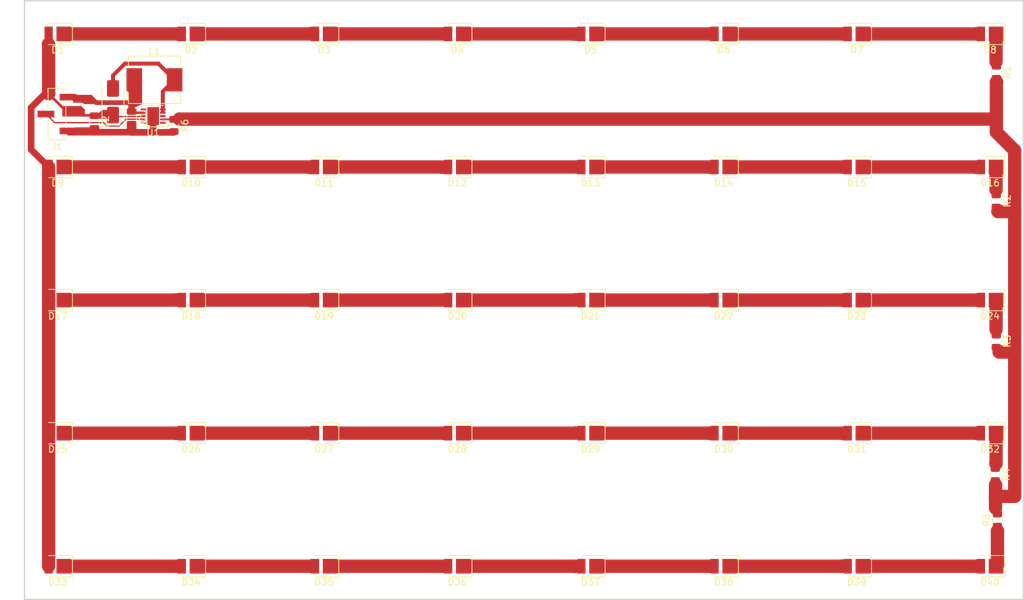
<source format=kicad_pcb>
(kicad_pcb (version 20240108) (generator "pcbnew") (generator_version "8.0")
  (layers (0 "F.Cu" signal) (31 "B.Cu" signal) (34 "B.Paste" user) (35 "F.Paste" user) (36 "B.SilkS" user "B.Silkscreen") (37 "F.SilkS" user "F.Silkscreen") (38 "B.Mask" user) (39 "F.Mask" user) (44 "Edge.Cuts" user))
  (net 0 "")
  (net 1 "VPP")
  (net 2 "GND")
  (net 3 "/LED+")
  (net 4 "Net-(D2-K)")
  (net 5 "Net-(D3-K)")
  (net 6 "Net-(D4-K)")
  (net 7 "Net-(D5-K)")
  (net 8 "Net-(D6-K)")
  (net 9 "Net-(D7-K)")
  (net 10 "Net-(D8-K)")
  (net 11 "Net-(D10-K)")
  (net 12 "Net-(D11-K)")
  (net 13 "Net-(D12-K)")
  (net 14 "Net-(D13-K)")
  (net 15 "Net-(D14-K)")
  (net 16 "Net-(D15-K)")
  (net 17 "Net-(D16-K)")
  (net 18 "Net-(D17-K)")
  (net 19 "Net-(D18-K)")
  (net 20 "Net-(D19-K)")
  (net 21 "Net-(D20-K)")
  (net 22 "Net-(D21-K)")
  (net 23 "Net-(D22-K)")
  (net 24 "Net-(D23-K)")
  (net 25 "Net-(D24-K)")
  (net 26 "Net-(D25-K)")
  (net 27 "Net-(D26-K)")
  (net 28 "Net-(D27-K)")
  (net 29 "Net-(D28-K)")
  (net 30 "Net-(D29-K)")
  (net 31 "Net-(D30-K)")
  (net 32 "Net-(D31-K)")
  (net 33 "Net-(D32-K)")
  (net 34 "Net-(D33-K)")
  (net 35 "Net-(D34-K)")
  (net 36 "Net-(D35-K)")
  (net 37 "Net-(D36-K)")
  (net 38 "Net-(D37-K)")
  (net 39 "Net-(D38-K)")
  (net 40 "Net-(D39-K)")
  (net 41 "Net-(D40-K)")
  (net 42 "/LED-")
  (net 43 "/EN_PWM")
  (net 44 "Net-(D1-K)")
  (net 45 "Net-(D10-A)")
  (net 46 "Net-(D41-A)")
  (footprint "LED_SMD:LED_PLCC_2835" (layer "F.Cu") (at 190 50 180)
    (property "Reference" "D8" (at 0 -2.4 0) (layer "F.SilkS"))
    (property "Value" "LED")
    (fp_line (start 1.4 1.6) (end -2.2 1.6) (stroke (width 0.12)) (layer "F.SilkS"))
    (fp_line (start 1.4 -1.6) (end -2.2 -1.6) (stroke (width 0.12)) (layer "F.SilkS"))
    (fp_line (start -2.2 -1.6) (end -2.2 1.6) (stroke (width 0.12)) (layer "F.SilkS"))
    (pad "1" smd rect (at -0.9 0 180) (size 2.2 2.2) (layers "F.Cu" "F.Paste" "F.Mask") (net 10 "Net-(D8-K)"))
    (pad "2" smd rect (at 1.375 0 180) (size 1.25 2.2) (layers "F.Cu" "F.Paste" "F.Mask") (net 9 "Net-(D7-K)"))
  )
  (footprint "LED_SMD:LED_PLCC_2835" (layer "F.Cu") (at 70 70 180)
    (property "Reference" "D10" (at 0 -2.4 0) (layer "F.SilkS"))
    (property "Value" "LED")
    (fp_line (start 1.4 1.6) (end -2.2 1.6) (stroke (width 0.12)) (layer "F.SilkS"))
    (fp_line (start 1.4 -1.6) (end -2.2 -1.6) (stroke (width 0.12)) (layer "F.SilkS"))
    (fp_line (start -2.2 -1.6) (end -2.2 1.6) (stroke (width 0.12)) (layer "F.SilkS"))
    (pad "1" smd rect (at -0.9 0 180) (size 2.2 2.2) (layers "F.Cu" "F.Paste" "F.Mask") (net 11 "Net-(D10-K)"))
    (pad "2" smd rect (at 1.375 0 180) (size 1.25 2.2) (layers "F.Cu" "F.Paste" "F.Mask") (net 45 "Net-(D10-A)"))
  )
  (footprint "Resistor_SMD:R_0805_2012Metric" (layer "F.Cu") (at 190.78 116.22 -90)
    (property "Reference" "R4" (at 0 -1.65 90) (layer "F.SilkS"))
    (property "Value" "1R")
    (fp_line (start -0.227064 0.735) (end 0.227064 0.735) (stroke (width 0.12)) (layer "F.SilkS"))
    (fp_line (start -0.227064 -0.735) (end 0.227064 -0.735) (stroke (width 0.12)) (layer "F.SilkS"))
    (pad "1" smd roundrect (at -0.9125 0 270) (size 1.025 1.4) (layers "F.Cu" "F.Paste" "F.Mask") (roundrect_rratio 0.243902) (net 33 "Net-(D32-K)"))
    (pad "2" smd roundrect (at 0.9125 0 270) (size 1.025 1.4) (layers "F.Cu" "F.Paste" "F.Mask") (roundrect_rratio 0.243902) (net 42 "/LED-"))
  )
  (footprint "LED_SMD:LED_PLCC_2835" (layer "F.Cu") (at 110 130 180)
    (property "Reference" "D36" (at 0 -2.4 0) (layer "F.SilkS"))
    (property "Value" "LED")
    (fp_line (start 1.4 1.6) (end -2.2 1.6) (stroke (width 0.12)) (layer "F.SilkS"))
    (fp_line (start 1.4 -1.6) (end -2.2 -1.6) (stroke (width 0.12)) (layer "F.SilkS"))
    (fp_line (start -2.2 -1.6) (end -2.2 1.6) (stroke (width 0.12)) (layer "F.SilkS"))
    (pad "1" smd rect (at -0.9 0 180) (size 2.2 2.2) (layers "F.Cu" "F.Paste" "F.Mask") (net 37 "Net-(D36-K)"))
    (pad "2" smd rect (at 1.375 0 180) (size 1.25 2.2) (layers "F.Cu" "F.Paste" "F.Mask") (net 36 "Net-(D35-K)"))
  )
  (footprint "LED_SMD:LED_PLCC_2835" (layer "F.Cu") (at 50 90 180)
    (property "Reference" "D17" (at 0 -2.4 0) (layer "F.SilkS"))
    (property "Value" "LED")
    (fp_line (start 1.4 1.6) (end -2.2 1.6) (stroke (width 0.12)) (layer "F.SilkS"))
    (fp_line (start 1.4 -1.6) (end -2.2 -1.6) (stroke (width 0.12)) (layer "F.SilkS"))
    (fp_line (start -2.2 -1.6) (end -2.2 1.6) (stroke (width 0.12)) (layer "F.SilkS"))
    (pad "1" smd rect (at -0.9 0 180) (size 2.2 2.2) (layers "F.Cu" "F.Paste" "F.Mask") (net 18 "Net-(D17-K)"))
    (pad "2" smd rect (at 1.375 0 180) (size 1.25 2.2) (layers "F.Cu" "F.Paste" "F.Mask") (net 3 "/LED+"))
  )
  (footprint "Capacitor_SMD:C_0805_2012Metric" (layer "F.Cu") (at 61.087 62.611 -90)
    (property "Reference" "C1" (at 0 -1.68 90) (layer "F.SilkS"))
    (property "Value" "C" (hide yes))
    (fp_line (start -0.261252 0.735) (end 0.261252 0.735) (stroke (width 0.12)) (layer "F.SilkS"))
    (fp_line (start -0.261252 -0.735) (end 0.261252 -0.735) (stroke (width 0.12)) (layer "F.SilkS"))
    (pad "1" smd roundrect (at -0.95 0 270) (size 1 1.45) (layers "F.Cu" "F.Paste" "F.Mask") (net 1 "VPP"))
    (pad "2" smd roundrect (at 0.95 0 270) (size 1 1.45) (layers "F.Cu" "F.Paste" "F.Mask") (net 2 "GND"))
  )
  (footprint "Diode_SMD:D_SMA" (layer "F.Cu") (at 58.293 60.198 90)
    (property "Reference" "D41" (hide yes))
    (property "Value" "D_Schottky")
    (fp_line (start -3.51 -1.65) (end 2 -1.65) (stroke (width 0.12)) (layer "F.SilkS"))
    (fp_line (start -3.51 -1.65) (end -3.51 1.65) (stroke (width 0.12)) (layer "F.SilkS"))
    (fp_line (start -3.51 1.65) (end 2 1.65) (stroke (width 0.12)) (layer "F.SilkS"))
    (pad "1" smd roundrect (at -2 0 90) (size 2.5 1.8) (layers "F.Cu" "F.Paste" "F.Mask") (roundrect_rratio 0.1388888889) (net 3 "/LED+"))
    (pad "2" smd roundrect (at 2 0 90) (size 2.5 1.8) (layers "F.Cu" "F.Paste" "F.Mask") (roundrect_rratio 0.1388888889) (net 46 "Net-(D41-A)"))
  )
  (footprint "LED_SMD:LED_PLCC_2835" (layer "F.Cu") (at 110 50 180)
    (property "Reference" "D4" (at 0 -2.4 0) (layer "F.SilkS"))
    (property "Value" "LED")
    (fp_line (start 1.4 1.6) (end -2.2 1.6) (stroke (width 0.12)) (layer "F.SilkS"))
    (fp_line (start 1.4 -1.6) (end -2.2 -1.6) (stroke (width 0.12)) (layer "F.SilkS"))
    (fp_line (start -2.2 -1.6) (end -2.2 1.6) (stroke (width 0.12)) (layer "F.SilkS"))
    (pad "1" smd rect (at -0.9 0 180) (size 2.2 2.2) (layers "F.Cu" "F.Paste" "F.Mask") (net 6 "Net-(D4-K)"))
    (pad "2" smd rect (at 1.375 0 180) (size 1.25 2.2) (layers "F.Cu" "F.Paste" "F.Mask") (net 5 "Net-(D3-K)"))
  )
  (footprint "LED_SMD:LED_PLCC_2835" (layer "F.Cu") (at 130 70 180)
    (property "Reference" "D13" (at 0 -2.4 0) (layer "F.SilkS"))
    (property "Value" "LED")
    (fp_line (start 1.4 1.6) (end -2.2 1.6) (stroke (width 0.12)) (layer "F.SilkS"))
    (fp_line (start 1.4 -1.6) (end -2.2 -1.6) (stroke (width 0.12)) (layer "F.SilkS"))
    (fp_line (start -2.2 -1.6) (end -2.2 1.6) (stroke (width 0.12)) (layer "F.SilkS"))
    (pad "1" smd rect (at -0.9 0 180) (size 2.2 2.2) (layers "F.Cu" "F.Paste" "F.Mask") (net 14 "Net-(D13-K)"))
    (pad "2" smd rect (at 1.375 0 180) (size 1.25 2.2) (layers "F.Cu" "F.Paste" "F.Mask") (net 13 "Net-(D12-K)"))
  )
  (footprint "LED_SMD:LED_PLCC_2835" (layer "F.Cu") (at 170 110 180)
    (property "Reference" "D31" (at 0 -2.4 0) (layer "F.SilkS"))
    (property "Value" "LED")
    (fp_line (start 1.4 1.6) (end -2.2 1.6) (stroke (width 0.12)) (layer "F.SilkS"))
    (fp_line (start 1.4 -1.6) (end -2.2 -1.6) (stroke (width 0.12)) (layer "F.SilkS"))
    (fp_line (start -2.2 -1.6) (end -2.2 1.6) (stroke (width 0.12)) (layer "F.SilkS"))
    (pad "1" smd rect (at -0.9 0 180) (size 2.2 2.2) (layers "F.Cu" "F.Paste" "F.Mask") (net 32 "Net-(D31-K)"))
    (pad "2" smd rect (at 1.375 0 180) (size 1.25 2.2) (layers "F.Cu" "F.Paste" "F.Mask") (net 31 "Net-(D30-K)"))
  )
  (footprint "Resistor_SMD:R_0805_2012Metric" (layer "F.Cu") (at 190.93 96.18 -90)
    (property "Reference" "R3" (at 0 -1.65 90) (layer "F.SilkS"))
    (property "Value" "1R")
    (fp_line (start -0.227064 0.735) (end 0.227064 0.735) (stroke (width 0.12)) (layer "F.SilkS"))
    (fp_line (start -0.227064 -0.735) (end 0.227064 -0.735) (stroke (width 0.12)) (layer "F.SilkS"))
    (pad "1" smd roundrect (at -0.9125 0 270) (size 1.025 1.4) (layers "F.Cu" "F.Paste" "F.Mask") (roundrect_rratio 0.243902) (net 25 "Net-(D24-K)"))
    (pad "2" smd roundrect (at 0.9125 0 270) (size 1.025 1.4) (layers "F.Cu" "F.Paste" "F.Mask") (roundrect_rratio 0.243902) (net 42 "/LED-"))
  )
  (footprint "LED_SMD:LED_PLCC_2835" (layer "F.Cu") (at 70 110 180)
    (property "Reference" "D26" (at 0 -2.4 0) (layer "F.SilkS"))
    (property "Value" "LED")
    (fp_line (start 1.4 1.6) (end -2.2 1.6) (stroke (width 0.12)) (layer "F.SilkS"))
    (fp_line (start 1.4 -1.6) (end -2.2 -1.6) (stroke (width 0.12)) (layer "F.SilkS"))
    (fp_line (start -2.2 -1.6) (end -2.2 1.6) (stroke (width 0.12)) (layer "F.SilkS"))
    (pad "1" smd rect (at -0.9 0 180) (size 2.2 2.2) (layers "F.Cu" "F.Paste" "F.Mask") (net 27 "Net-(D26-K)"))
    (pad "2" smd rect (at 1.375 0 180) (size 1.25 2.2) (layers "F.Cu" "F.Paste" "F.Mask") (net 26 "Net-(D25-K)"))
  )
  (footprint "LED_SMD:LED_PLCC_2835" (layer "F.Cu") (at 150 70 180)
    (property "Reference" "D14" (at 0 -2.4 0) (layer "F.SilkS"))
    (property "Value" "LED")
    (fp_line (start 1.4 1.6) (end -2.2 1.6) (stroke (width 0.12)) (layer "F.SilkS"))
    (fp_line (start 1.4 -1.6) (end -2.2 -1.6) (stroke (width 0.12)) (layer "F.SilkS"))
    (fp_line (start -2.2 -1.6) (end -2.2 1.6) (stroke (width 0.12)) (layer "F.SilkS"))
    (pad "1" smd rect (at -0.9 0 180) (size 2.2 2.2) (layers "F.Cu" "F.Paste" "F.Mask") (net 15 "Net-(D14-K)"))
    (pad "2" smd rect (at 1.375 0 180) (size 1.25 2.2) (layers "F.Cu" "F.Paste" "F.Mask") (net 14 "Net-(D13-K)"))
  )
  (footprint "Inductor_SMD:L_Chilisin_BMRx00060630" (layer "F.Cu") (at 64.516 56.896)
    (property "Reference" "L1" (at 0 -4.3 0) (layer "F.SilkS"))
    (property "Value" "L")
    (fp_line (start -3.91 -3.56) (end -3.91 -2.01) (stroke (width 0.12)) (layer "F.SilkS"))
    (fp_line (start -3.91 -3.56) (end 3.91 -3.56) (stroke (width 0.12)) (layer "F.SilkS"))
    (fp_line (start -3.91 3.56) (end -3.91 2.01) (stroke (width 0.12)) (layer "F.SilkS"))
    (fp_line (start -3.91 3.56) (end 3.91 3.56) (stroke (width 0.12)) (layer "F.SilkS"))
    (fp_line (start 3.91 -3.56) (end 3.91 -2.01) (stroke (width 0.12)) (layer "F.SilkS"))
    (fp_line (start 3.91 3.56) (end 3.91 2.01) (stroke (width 0.12)) (layer "F.SilkS"))
    (pad "1" smd rect (at -3.025 0) (size 2.35 3.5) (layers "F.Cu" "F.Paste" "F.Mask") (net 1 "VPP"))
    (pad "2" smd rect (at 3.025 0) (size 2.35 3.5) (layers "F.Cu" "F.Paste" "F.Mask") (net 46 "Net-(D41-A)"))
  )
  (footprint "LED_SMD:LED_PLCC_2835" (layer "F.Cu") (at 90 110 180)
    (property "Reference" "D27" (at 0 -2.4 0) (layer "F.SilkS"))
    (property "Value" "LED")
    (fp_line (start 1.4 1.6) (end -2.2 1.6) (stroke (width 0.12)) (layer "F.SilkS"))
    (fp_line (start 1.4 -1.6) (end -2.2 -1.6) (stroke (width 0.12)) (layer "F.SilkS"))
    (fp_line (start -2.2 -1.6) (end -2.2 1.6) (stroke (width 0.12)) (layer "F.SilkS"))
    (pad "1" smd rect (at -0.9 0 180) (size 2.2 2.2) (layers "F.Cu" "F.Paste" "F.Mask") (net 28 "Net-(D27-K)"))
    (pad "2" smd rect (at 1.375 0 180) (size 1.25 2.2) (layers "F.Cu" "F.Paste" "F.Mask") (net 27 "Net-(D26-K)"))
  )
  (footprint "Resistor_SMD:R_0805_2012Metric" (layer "F.Cu") (at 67.437 63.754 -90)
    (property "Reference" "R6" (at 0 -1.65 90) (layer "F.SilkS"))
    (property "Value" "R")
    (fp_line (start -0.227064 0.735) (end 0.227064 0.735) (stroke (width 0.12)) (layer "F.SilkS"))
    (fp_line (start -0.227064 -0.735) (end 0.227064 -0.735) (stroke (width 0.12)) (layer "F.SilkS"))
    (pad "1" smd roundrect (at -0.9125 0 270) (size 1.025 1.4) (layers "F.Cu" "F.Paste" "F.Mask") (roundrect_rratio 0.243902) (net 42 "/LED-"))
    (pad "2" smd roundrect (at 0.9125 0 270) (size 1.025 1.4) (layers "F.Cu" "F.Paste" "F.Mask") (roundrect_rratio 0.243902) (net 2 "GND"))
  )
  (footprint "LED_SMD:LED_PLCC_2835" (layer "F.Cu") (at 170 50 180)
    (property "Reference" "D7" (at 0 -2.4 0) (layer "F.SilkS"))
    (property "Value" "LED")
    (fp_line (start 1.4 1.6) (end -2.2 1.6) (stroke (width 0.12)) (layer "F.SilkS"))
    (fp_line (start 1.4 -1.6) (end -2.2 -1.6) (stroke (width 0.12)) (layer "F.SilkS"))
    (fp_line (start -2.2 -1.6) (end -2.2 1.6) (stroke (width 0.12)) (layer "F.SilkS"))
    (pad "1" smd rect (at -0.9 0 180) (size 2.2 2.2) (layers "F.Cu" "F.Paste" "F.Mask") (net 9 "Net-(D7-K)"))
    (pad "2" smd rect (at 1.375 0 180) (size 1.25 2.2) (layers "F.Cu" "F.Paste" "F.Mask") (net 8 "Net-(D6-K)"))
  )
  (footprint "Resistor_SMD:R_0805_2012Metric" (layer "F.Cu") (at 190.93 75.1125 -90)
    (property "Reference" "R2" (at 0 -1.65 90) (layer "F.SilkS"))
    (property "Value" "1R")
    (fp_line (start -0.227064 0.735) (end 0.227064 0.735) (stroke (width 0.12)) (layer "F.SilkS"))
    (fp_line (start -0.227064 -0.735) (end 0.227064 -0.735) (stroke (width 0.12)) (layer "F.SilkS"))
    (pad "1" smd roundrect (at -0.9125 0 270) (size 1.025 1.4) (layers "F.Cu" "F.Paste" "F.Mask") (roundrect_rratio 0.243902) (net 17 "Net-(D16-K)"))
    (pad "2" smd roundrect (at 0.9125 0 270) (size 1.025 1.4) (layers "F.Cu" "F.Paste" "F.Mask") (roundrect_rratio 0.243902) (net 42 "/LED-"))
  )
  (footprint "LED_SMD:LED_PLCC_2835" (layer "F.Cu") (at 170 130 180)
    (property "Reference" "D39" (at 0 -2.4 0) (layer "F.SilkS"))
    (property "Value" "LED")
    (fp_line (start 1.4 1.6) (end -2.2 1.6) (stroke (width 0.12)) (layer "F.SilkS"))
    (fp_line (start 1.4 -1.6) (end -2.2 -1.6) (stroke (width 0.12)) (layer "F.SilkS"))
    (fp_line (start -2.2 -1.6) (end -2.2 1.6) (stroke (width 0.12)) (layer "F.SilkS"))
    (pad "1" smd rect (at -0.9 0 180) (size 2.2 2.2) (layers "F.Cu" "F.Paste" "F.Mask") (net 40 "Net-(D39-K)"))
    (pad "2" smd rect (at 1.375 0 180) (size 1.25 2.2) (layers "F.Cu" "F.Paste" "F.Mask") (net 39 "Net-(D38-K)"))
  )
  (footprint "LED_SMD:LED_PLCC_2835" (layer "F.Cu") (at 50 70 180)
    (property "Reference" "D9" (at 0 -2.4 0) (layer "F.SilkS"))
    (property "Value" "LED")
    (fp_line (start 1.4 1.6) (end -2.2 1.6) (stroke (width 0.12)) (layer "F.SilkS"))
    (fp_line (start 1.4 -1.6) (end -2.2 -1.6) (stroke (width 0.12)) (layer "F.SilkS"))
    (fp_line (start -2.2 -1.6) (end -2.2 1.6) (stroke (width 0.12)) (layer "F.SilkS"))
    (pad "1" smd rect (at -0.9 0 180) (size 2.2 2.2) (layers "F.Cu" "F.Paste" "F.Mask") (net 45 "Net-(D10-A)"))
    (pad "2" smd rect (at 1.375 0 180) (size 1.25 2.2) (layers "F.Cu" "F.Paste" "F.Mask") (net 3 "/LED+"))
  )
  (footprint "LED_SMD:LED_PLCC_2835" (layer "F.Cu") (at 70 90 180)
    (property "Reference" "D18" (at 0 -2.4 0) (layer "F.SilkS"))
    (property "Value" "LED")
    (fp_line (start 1.4 1.6) (end -2.2 1.6) (stroke (width 0.12)) (layer "F.SilkS"))
    (fp_line (start 1.4 -1.6) (end -2.2 -1.6) (stroke (width 0.12)) (layer "F.SilkS"))
    (fp_line (start -2.2 -1.6) (end -2.2 1.6) (stroke (width 0.12)) (layer "F.SilkS"))
    (pad "1" smd rect (at -0.9 0 180) (size 2.2 2.2) (layers "F.Cu" "F.Paste" "F.Mask") (net 19 "Net-(D18-K)"))
    (pad "2" smd rect (at 1.375 0 180) (size 1.25 2.2) (layers "F.Cu" "F.Paste" "F.Mask") (net 18 "Net-(D17-K)"))
  )
  (footprint "Package_DFN_QFN:DFN-10-1EP_3x3mm_P0.5mm_EP1.75x2.7mm" (layer "F.Cu") (at 64.3225 62.35 180)
    (property "Reference" "U1" (at 0 -2.475 0) (layer "F.SilkS"))
    (property "Value" "SY7203")
    (fp_line (start -1.5 1.61) (end 1.5 1.61) (stroke (width 0.12)) (layer "F.SilkS"))
    (fp_line (start -1.5 -1.61) (end 1.5 -1.61) (stroke (width 0.12)) (layer "F.SilkS"))
    (fp_poly (pts (xy -2.06 -1.34) (xy -2.54 -1.34) (xy -2.06 -1.82) (xy -2.06 -1.34)) (stroke (width 0.12)) (fill solid) (layer "F.SilkS"))
    (pad "1" smd rect (at -1.45 -1 180) (size 0.85 0.3) (layers "F.Cu" "F.Paste" "F.Mask"))
    (pad "2" smd rect (at -1.45 -0.5 180) (size 0.85 0.3) (layers "F.Cu" "F.Paste" "F.Mask") (net 42 "/LED-"))
    (pad "3" smd rect (at -1.45 0 180) (size 0.85 0.3) (layers "F.Cu" "F.Paste" "F.Mask"))
    (pad "4" smd rect (at -1.45 0.5 180) (size 0.85 0.3) (layers "F.Cu" "F.Paste" "F.Mask") (net 46 "Net-(D41-A)"))
    (pad "5" smd rect (at -1.45 1 180) (size 0.85 0.3) (layers "F.Cu" "F.Paste" "F.Mask") (net 46 "Net-(D41-A)"))
    (pad "6" smd rect (at 1.45 1 180) (size 0.85 0.3) (layers "F.Cu" "F.Paste" "F.Mask"))
    (pad "7" smd rect (at 1.45 0.5 180) (size 0.85 0.3) (layers "F.Cu" "F.Paste" "F.Mask") (net 1 "VPP"))
    (pad "8" smd rect (at 1.45 0 180) (size 0.85 0.3) (layers "F.Cu" "F.Paste" "F.Mask") (net 3 "/LED+"))
    (pad "9" smd rect (at 1.45 -0.5 180) (size 0.85 0.3) (layers "F.Cu" "F.Paste" "F.Mask") (net 43 "/EN_PWM"))
    (pad "10" smd rect (at 1.45 -1 180) (size 0.85 0.3) (layers "F.Cu" "F.Paste" "F.Mask"))
    (pad "11" smd rect (at 0 0 180) (size 1.75 2.7) (layers "F.Cu" "F.Mask") (net 2 "GND"))
  )
  (footprint "LED_SMD:LED_PLCC_2835" (layer "F.Cu") (at 130 130 180)
    (property "Reference" "D37" (at 0 -2.4 0) (layer "F.SilkS"))
    (property "Value" "LED")
    (fp_line (start 1.4 1.6) (end -2.2 1.6) (stroke (width 0.12)) (layer "F.SilkS"))
    (fp_line (start 1.4 -1.6) (end -2.2 -1.6) (stroke (width 0.12)) (layer "F.SilkS"))
    (fp_line (start -2.2 -1.6) (end -2.2 1.6) (stroke (width 0.12)) (layer "F.SilkS"))
    (pad "1" smd rect (at -0.9 0 180) (size 2.2 2.2) (layers "F.Cu" "F.Paste" "F.Mask") (net 38 "Net-(D37-K)"))
    (pad "2" smd rect (at 1.375 0 180) (size 1.25 2.2) (layers "F.Cu" "F.Paste" "F.Mask") (net 37 "Net-(D36-K)"))
  )
  (footprint "LED_SMD:LED_PLCC_2835" (layer "F.Cu") (at 170 70 180)
    (property "Reference" "D15" (at 0 -2.4 0) (layer "F.SilkS"))
    (property "Value" "LED")
    (fp_line (start 1.4 1.6) (end -2.2 1.6) (stroke (width 0.12)) (layer "F.SilkS"))
    (fp_line (start 1.4 -1.6) (end -2.2 -1.6) (stroke (width 0.12)) (layer "F.SilkS"))
    (fp_line (start -2.2 -1.6) (end -2.2 1.6) (stroke (width 0.12)) (layer "F.SilkS"))
    (pad "1" smd rect (at -0.9 0 180) (size 2.2 2.2) (layers "F.Cu" "F.Paste" "F.Mask") (net 16 "Net-(D15-K)"))
    (pad "2" smd rect (at 1.375 0 180) (size 1.25 2.2) (layers "F.Cu" "F.Paste" "F.Mask") (net 15 "Net-(D14-K)"))
  )
  (footprint "LED_SMD:LED_PLCC_2835" (layer "F.Cu") (at 50 130 180)
    (property "Reference" "D33" (at 0 -2.4 0) (layer "F.SilkS"))
    (property "Value" "LED")
    (fp_line (start 1.4 1.6) (end -2.2 1.6) (stroke (width 0.12)) (layer "F.SilkS"))
    (fp_line (start 1.4 -1.6) (end -2.2 -1.6) (stroke (width 0.12)) (layer "F.SilkS"))
    (fp_line (start -2.2 -1.6) (end -2.2 1.6) (stroke (width 0.12)) (layer "F.SilkS"))
    (pad "1" smd rect (at -0.9 0 180) (size 2.2 2.2) (layers "F.Cu" "F.Paste" "F.Mask") (net 34 "Net-(D33-K)"))
    (pad "2" smd rect (at 1.375 0 180) (size 1.25 2.2) (layers "F.Cu" "F.Paste" "F.Mask") (net 3 "/LED+"))
  )
  (footprint "LED_SMD:LED_PLCC_2835" (layer "F.Cu") (at 190 130 180)
    (property "Reference" "D40" (at 0 -2.4 0) (layer "F.SilkS"))
    (property "Value" "LED")
    (fp_line (start 1.4 1.6) (end -2.2 1.6) (stroke (width 0.12)) (layer "F.SilkS"))
    (fp_line (start 1.4 -1.6) (end -2.2 -1.6) (stroke (width 0.12)) (layer "F.SilkS"))
    (fp_line (start -2.2 -1.6) (end -2.2 1.6) (stroke (width 0.12)) (layer "F.SilkS"))
    (pad "1" smd rect (at -0.9 0 180) (size 2.2 2.2) (layers "F.Cu" "F.Paste" "F.Mask") (net 41 "Net-(D40-K)"))
    (pad "2" smd rect (at 1.375 0 180) (size 1.25 2.2) (layers "F.Cu" "F.Paste" "F.Mask") (net 40 "Net-(D39-K)"))
  )
  (footprint "LED_SMD:LED_PLCC_2835" (layer "F.Cu") (at 190 90 180)
    (property "Reference" "D24" (at 0 -2.4 0) (layer "F.SilkS"))
    (property "Value" "LED")
    (fp_line (start 1.4 1.6) (end -2.2 1.6) (stroke (width 0.12)) (layer "F.SilkS"))
    (fp_line (start 1.4 -1.6) (end -2.2 -1.6) (stroke (width 0.12)) (layer "F.SilkS"))
    (fp_line (start -2.2 -1.6) (end -2.2 1.6) (stroke (width 0.12)) (layer "F.SilkS"))
    (pad "1" smd rect (at -0.9 0 180) (size 2.2 2.2) (layers "F.Cu" "F.Paste" "F.Mask") (net 25 "Net-(D24-K)"))
    (pad "2" smd rect (at 1.375 0 180) (size 1.25 2.2) (layers "F.Cu" "F.Paste" "F.Mask") (net 24 "Net-(D23-K)"))
  )
  (footprint "LED_SMD:LED_PLCC_2835" (layer "F.Cu") (at 150 50 180)
    (property "Reference" "D6" (at 0 -2.4 0) (layer "F.SilkS"))
    (property "Value" "LED")
    (fp_line (start 1.4 1.6) (end -2.2 1.6) (stroke (width 0.12)) (layer "F.SilkS"))
    (fp_line (start 1.4 -1.6) (end -2.2 -1.6) (stroke (width 0.12)) (layer "F.SilkS"))
    (fp_line (start -2.2 -1.6) (end -2.2 1.6) (stroke (width 0.12)) (layer "F.SilkS"))
    (pad "1" smd rect (at -0.9 0 180) (size 2.2 2.2) (layers "F.Cu" "F.Paste" "F.Mask") (net 8 "Net-(D6-K)"))
    (pad "2" smd rect (at 1.375 0 180) (size 1.25 2.2) (layers "F.Cu" "F.Paste" "F.Mask") (net 7 "Net-(D5-K)"))
  )
  (footprint "LED_SMD:LED_PLCC_2835" (layer "F.Cu") (at 150 130 180)
    (property "Reference" "D38" (at 0 -2.4 0) (layer "F.SilkS"))
    (property "Value" "LED")
    (fp_line (start 1.4 1.6) (end -2.2 1.6) (stroke (width 0.12)) (layer "F.SilkS"))
    (fp_line (start 1.4 -1.6) (end -2.2 -1.6) (stroke (width 0.12)) (layer "F.SilkS"))
    (fp_line (start -2.2 -1.6) (end -2.2 1.6) (stroke (width 0.12)) (layer "F.SilkS"))
    (pad "1" smd rect (at -0.9 0 180) (size 2.2 2.2) (layers "F.Cu" "F.Paste" "F.Mask") (net 39 "Net-(D38-K)"))
    (pad "2" smd rect (at 1.375 0 180) (size 1.25 2.2) (layers "F.Cu" "F.Paste" "F.Mask") (net 38 "Net-(D37-K)"))
  )
  (footprint "LED_SMD:LED_PLCC_2835" (layer "F.Cu") (at 50 50 180)
    (property "Reference" "D1" (at 0 -2.4 0) (layer "F.SilkS"))
    (property "Value" "LED")
    (fp_line (start 1.4 1.6) (end -2.2 1.6) (stroke (width 0.12)) (layer "F.SilkS"))
    (fp_line (start 1.4 -1.6) (end -2.2 -1.6) (stroke (width 0.12)) (layer "F.SilkS"))
    (fp_line (start -2.2 -1.6) (end -2.2 1.6) (stroke (width 0.12)) (layer "F.SilkS"))
    (pad "1" smd rect (at -0.9 0 180) (size 2.2 2.2) (layers "F.Cu" "F.Paste" "F.Mask") (net 44 "Net-(D1-K)"))
    (pad "2" smd rect (at 1.375 0 180) (size 1.25 2.2) (layers "F.Cu" "F.Paste" "F.Mask") (net 3 "/LED+"))
  )
  (footprint "LED_SMD:LED_PLCC_2835" (layer "F.Cu") (at 170 90 180)
    (property "Reference" "D23" (at 0 -2.4 0) (layer "F.SilkS"))
    (property "Value" "LED")
    (fp_line (start 1.4 1.6) (end -2.2 1.6) (stroke (width 0.12)) (layer "F.SilkS"))
    (fp_line (start 1.4 -1.6) (end -2.2 -1.6) (stroke (width 0.12)) (layer "F.SilkS"))
    (fp_line (start -2.2 -1.6) (end -2.2 1.6) (stroke (width 0.12)) (layer "F.SilkS"))
    (pad "1" smd rect (at -0.9 0 180) (size 2.2 2.2) (layers "F.Cu" "F.Paste" "F.Mask") (net 24 "Net-(D23-K)"))
    (pad "2" smd rect (at 1.375 0 180) (size 1.25 2.2) (layers "F.Cu" "F.Paste" "F.Mask") (net 23 "Net-(D22-K)"))
  )
  (footprint "LED_SMD:LED_PLCC_2835" (layer "F.Cu") (at 130 90 180)
    (property "Reference" "D21" (at 0 -2.4 0) (layer "F.SilkS"))
    (property "Value" "LED")
    (fp_line (start 1.4 1.6) (end -2.2 1.6) (stroke (width 0.12)) (layer "F.SilkS"))
    (fp_line (start 1.4 -1.6) (end -2.2 -1.6) (stroke (width 0.12)) (layer "F.SilkS"))
    (fp_line (start -2.2 -1.6) (end -2.2 1.6) (stroke (width 0.12)) (layer "F.SilkS"))
    (pad "1" smd rect (at -0.9 0 180) (size 2.2 2.2) (layers "F.Cu" "F.Paste" "F.Mask") (net 22 "Net-(D21-K)"))
    (pad "2" smd rect (at 1.375 0 180) (size 1.25 2.2) (layers "F.Cu" "F.Paste" "F.Mask") (net 21 "Net-(D20-K)"))
  )
  (footprint "LED_SMD:LED_PLCC_2835" (layer "F.Cu") (at 190 110 180)
    (property "Reference" "D32" (at 0 -2.4 0) (layer "F.SilkS"))
    (property "Value" "LED")
    (fp_line (start 1.4 1.6) (end -2.2 1.6) (stroke (width 0.12)) (layer "F.SilkS"))
    (fp_line (start 1.4 -1.6) (end -2.2 -1.6) (stroke (width 0.12)) (layer "F.SilkS"))
    (fp_line (start -2.2 -1.6) (end -2.2 1.6) (stroke (width 0.12)) (layer "F.SilkS"))
    (pad "1" smd rect (at -0.9 0 180) (size 2.2 2.2) (layers "F.Cu" "F.Paste" "F.Mask") (net 33 "Net-(D32-K)"))
    (pad "2" smd rect (at 1.375 0 180) (size 1.25 2.2) (layers "F.Cu" "F.Paste" "F.Mask") (net 32 "Net-(D31-K)"))
  )
  (footprint "LED_SMD:LED_PLCC_2835" (layer "F.Cu") (at 90 130 180)
    (property "Reference" "D35" (at 0 -2.4 0) (layer "F.SilkS"))
    (property "Value" "LED")
    (fp_line (start 1.4 1.6) (end -2.2 1.6) (stroke (width 0.12)) (layer "F.SilkS"))
    (fp_line (start 1.4 -1.6) (end -2.2 -1.6) (stroke (width 0.12)) (layer "F.SilkS"))
    (fp_line (start -2.2 -1.6) (end -2.2 1.6) (stroke (width 0.12)) (layer "F.SilkS"))
    (pad "1" smd rect (at -0.9 0 180) (size 2.2 2.2) (layers "F.Cu" "F.Paste" "F.Mask") (net 36 "Net-(D35-K)"))
    (pad "2" smd rect (at 1.375 0 180) (size 1.25 2.2) (layers "F.Cu" "F.Paste" "F.Mask") (net 35 "Net-(D34-K)"))
  )
  (footprint "LED_SMD:LED_PLCC_2835" (layer "F.Cu") (at 110 90 180)
    (property "Reference" "D20" (at 0 -2.4 0) (layer "F.SilkS"))
    (property "Value" "LED")
    (fp_line (start 1.4 1.6) (end -2.2 1.6) (stroke (width 0.12)) (layer "F.SilkS"))
    (fp_line (start 1.4 -1.6) (end -2.2 -1.6) (stroke (width 0.12)) (layer "F.SilkS"))
    (fp_line (start -2.2 -1.6) (end -2.2 1.6) (stroke (width 0.12)) (layer "F.SilkS"))
    (pad "1" smd rect (at -0.9 0 180) (size 2.2 2.2) (layers "F.Cu" "F.Paste" "F.Mask") (net 21 "Net-(D20-K)"))
    (pad "2" smd rect (at 1.375 0 180) (size 1.25 2.2) (layers "F.Cu" "F.Paste" "F.Mask") (net 20 "Net-(D19-K)"))
  )
  (footprint "Resistor_SMD:R_0805_2012Metric" (layer "F.Cu") (at 190.95 55.7625 -90)
    (property "Reference" "R1" (at 0 -1.65 90) (layer "F.SilkS"))
    (property "Value" "1R")
    (fp_line (start -0.227064 0.735) (end 0.227064 0.735) (stroke (width 0.12)) (layer "F.SilkS"))
    (fp_line (start -0.227064 -0.735) (end 0.227064 -0.735) (stroke (width 0.12)) (layer "F.SilkS"))
    (pad "1" smd roundrect (at -0.9125 0 270) (size 1.025 1.4) (layers "F.Cu" "F.Paste" "F.Mask") (roundrect_rratio 0.243902) (net 10 "Net-(D8-K)"))
    (pad "2" smd roundrect (at 0.9125 0 270) (size 1.025 1.4) (layers "F.Cu" "F.Paste" "F.Mask") (roundrect_rratio 0.243902) (net 42 "/LED-"))
  )
  (footprint "Connector_PinHeader_2.54mm:PinHeader_1x03_P2.54mm_Vertical_SMD_Pin1Left" (layer "F.Cu") (at 49.8775 62.04 180)
    (property "Reference" "J1" (at 0 -4.87 0) (layer "F.SilkS"))
    (property "Value" "Screw_Terminal_01x03")
    (fp_line (start 1.33 3.3) (end 1.33 3.87) (stroke (width 0.12)) (layer "F.SilkS"))
    (fp_line (start 1.33 0.76) (end 1.33 3.87) (stroke (width 0.12)) (layer "F.SilkS"))
    (fp_line (start 1.33 -3.87) (end 1.33 -0.76) (stroke (width 0.12)) (layer "F.SilkS"))
    (fp_line (start -1.33 3.87) (end 1.33 3.87) (stroke (width 0.12)) (layer "F.SilkS"))
    (fp_line (start -1.33 -1.78) (end -1.33 1.78) (stroke (width 0.12)) (layer "F.SilkS"))
    (fp_line (start -1.33 -3.3) (end -2.85 -3.3) (stroke (width 0.12)) (layer "F.SilkS"))
    (fp_line (start -1.33 -3.87) (end 1.33 -3.87) (stroke (width 0.12)) (layer "F.SilkS"))
    (fp_line (start -1.33 -3.87) (end -1.33 -3.3) (stroke (width 0.12)) (layer "F.SilkS"))
    (pad "1" smd rect (at -1.655 -2.54 180) (size 2.51 1) (layers "F.Cu" "F.Paste" "F.Mask") (net 2 "GND"))
    (pad "2" smd rect (at 1.655 0 180) (size 2.51 1) (layers "F.Cu" "F.Paste" "F.Mask") (net 43 "/EN_PWM"))
    (pad "3" smd rect (at -1.655 2.54 180) (size 2.51 1) (layers "F.Cu" "F.Paste" "F.Mask") (net 1 "VPP"))
  )
  (footprint "LED_SMD:LED_PLCC_2835" (layer "F.Cu") (at 110 70 180)
    (property "Reference" "D12" (at 0 -2.4 0) (layer "F.SilkS"))
    (property "Value" "LED")
    (fp_line (start 1.4 1.6) (end -2.2 1.6) (stroke (width 0.12)) (layer "F.SilkS"))
    (fp_line (start 1.4 -1.6) (end -2.2 -1.6) (stroke (width 0.12)) (layer "F.SilkS"))
    (fp_line (start -2.2 -1.6) (end -2.2 1.6) (stroke (width 0.12)) (layer "F.SilkS"))
    (pad "1" smd rect (at -0.9 0 180) (size 2.2 2.2) (layers "F.Cu" "F.Paste" "F.Mask") (net 13 "Net-(D12-K)"))
    (pad "2" smd rect (at 1.375 0 180) (size 1.25 2.2) (layers "F.Cu" "F.Paste" "F.Mask") (net 12 "Net-(D11-K)"))
  )
  (footprint "LED_SMD:LED_PLCC_2835" (layer "F.Cu") (at 150 110 180)
    (property "Reference" "D30" (at 0 -2.4 0) (layer "F.SilkS"))
    (property "Value" "LED")
    (fp_line (start 1.4 1.6) (end -2.2 1.6) (stroke (width 0.12)) (layer "F.SilkS"))
    (fp_line (start 1.4 -1.6) (end -2.2 -1.6) (stroke (width 0.12)) (layer "F.SilkS"))
    (fp_line (start -2.2 -1.6) (end -2.2 1.6) (stroke (width 0.12)) (layer "F.SilkS"))
    (pad "1" smd rect (at -0.9 0 180) (size 2.2 2.2) (layers "F.Cu" "F.Paste" "F.Mask") (net 31 "Net-(D30-K)"))
    (pad "2" smd rect (at 1.375 0 180) (size 1.25 2.2) (layers "F.Cu" "F.Paste" "F.Mask") (net 30 "Net-(D29-K)"))
  )
  (footprint "LED_SMD:LED_PLCC_2835" (layer "F.Cu") (at 70 130 180)
    (property "Reference" "D34" (at 0 -2.4 0) (layer "F.SilkS"))
    (property "Value" "LED")
    (fp_line (start 1.4 1.6) (end -2.2 1.6) (stroke (width 0.12)) (layer "F.SilkS"))
    (fp_line (start 1.4 -1.6) (end -2.2 -1.6) (stroke (width 0.12)) (layer "F.SilkS"))
    (fp_line (start -2.2 -1.6) (end -2.2 1.6) (stroke (width 0.12)) (layer "F.SilkS"))
    (pad "1" smd rect (at -0.9 0 180) (size 2.2 2.2) (layers "F.Cu" "F.Paste" "F.Mask") (net 35 "Net-(D34-K)"))
    (pad "2" smd rect (at 1.375 0 180) (size 1.25 2.2) (layers "F.Cu" "F.Paste" "F.Mask") (net 34 "Net-(D33-K)"))
  )
  (footprint "LED_SMD:LED_PLCC_2835" (layer "F.Cu") (at 90 70 180)
    (property "Reference" "D11" (at 0 -2.4 0) (layer "F.SilkS"))
    (property "Value" "LED")
    (fp_line (start 1.4 1.6) (end -2.2 1.6) (stroke (width 0.12)) (layer "F.SilkS"))
    (fp_line (start 1.4 -1.6) (end -2.2 -1.6) (stroke (width 0.12)) (layer "F.SilkS"))
    (fp_line (start -2.2 -1.6) (end -2.2 1.6) (stroke (width 0.12)) (layer "F.SilkS"))
    (pad "1" smd rect (at -0.9 0 180) (size 2.2 2.2) (layers "F.Cu" "F.Paste" "F.Mask") (net 12 "Net-(D11-K)"))
    (pad "2" smd rect (at 1.375 0 180) (size 1.25 2.2) (layers "F.Cu" "F.Paste" "F.Mask") (net 11 "Net-(D10-K)"))
  )
  (footprint "Resistor_SMD:R_0805_2012Metric" (layer "F.Cu") (at 191.11 123.0725 90)
    (property "Reference" "R5" (at 0 -1.65 90) (layer "F.SilkS"))
    (property "Value" "1R")
    (fp_line (start -0.227064 -0.735) (end 0.227064 -0.735) (stroke (width 0.12)) (layer "F.SilkS"))
    (fp_line (start -0.227064 0.735) (end 0.227064 0.735) (stroke (width 0.12)) (layer "F.SilkS"))
    (pad "1" smd roundrect (at -0.9125 0 90) (size 1.025 1.4) (layers "F.Cu" "F.Paste" "F.Mask") (roundrect_rratio 0.243902) (net 41 "Net-(D40-K)"))
    (pad "2" smd roundrect (at 0.9125 0 90) (size 1.025 1.4) (layers "F.Cu" "F.Paste" "F.Mask") (roundrect_rratio 0.243902) (net 42 "/LED-"))
  )
  (footprint "LED_SMD:LED_PLCC_2835" (layer "F.Cu") (at 190 70 180)
    (property "Reference" "D16" (at 0 -2.4 0) (layer "F.SilkS"))
    (property "Value" "LED")
    (fp_line (start 1.4 1.6) (end -2.2 1.6) (stroke (width 0.12)) (layer "F.SilkS"))
    (fp_line (start 1.4 -1.6) (end -2.2 -1.6) (stroke (width 0.12)) (layer "F.SilkS"))
    (fp_line (start -2.2 -1.6) (end -2.2 1.6) (stroke (width 0.12)) (layer "F.SilkS"))
    (pad "1" smd rect (at -0.9 0 180) (size 2.2 2.2) (layers "F.Cu" "F.Paste" "F.Mask") (net 17 "Net-(D16-K)"))
    (pad "2" smd rect (at 1.375 0 180) (size 1.25 2.2) (layers "F.Cu" "F.Paste" "F.Mask") (net 16 "Net-(D15-K)"))
  )
  (footprint "LED_SMD:LED_PLCC_2835" (layer "F.Cu") (at 110 110 180)
    (property "Reference" "D28" (at 0 -2.4 0) (layer "F.SilkS"))
    (property "Value" "LED")
    (fp_line (start 1.4 1.6) (end -2.2 1.6) (stroke (width 0.12)) (layer "F.SilkS"))
    (fp_line (start 1.4 -1.6) (end -2.2 -1.6) (stroke (width 0.12)) (layer "F.SilkS"))
    (fp_line (start -2.2 -1.6) (end -2.2 1.6) (stroke (width 0.12)) (layer "F.SilkS"))
    (pad "1" smd rect (at -0.9 0 180) (size 2.2 2.2) (layers "F.Cu" "F.Paste" "F.Mask") (net 29 "Net-(D28-K)"))
    (pad "2" smd rect (at 1.375 0 180) (size 1.25 2.2) (layers "F.Cu" "F.Paste" "F.Mask") (net 28 "Net-(D27-K)"))
  )
  (footprint "LED_SMD:LED_PLCC_2835" (layer "F.Cu") (at 90 90 180)
    (property "Reference" "D19" (at 0 -2.4 0) (layer "F.SilkS"))
    (property "Value" "LED")
    (fp_line (start 1.4 1.6) (end -2.2 1.6) (stroke (width 0.12)) (layer "F.SilkS"))
    (fp_line (start 1.4 -1.6) (end -2.2 -1.6) (stroke (width 0.12)) (layer "F.SilkS"))
    (fp_line (start -2.2 -1.6) (end -2.2 1.6) (stroke (width 0.12)) (layer "F.SilkS"))
    (pad "1" smd rect (at -0.9 0 180) (size 2.2 2.2) (layers "F.Cu" "F.Paste" "F.Mask") (net 20 "Net-(D19-K)"))
    (pad "2" smd rect (at 1.375 0 180) (size 1.25 2.2) (layers "F.Cu" "F.Paste" "F.Mask") (net 19 "Net-(D18-K)"))
  )
  (footprint "Capacitor_SMD:C_0805_2012Metric" (layer "F.Cu") (at 55.499 63.246 -90)
    (property "Reference" "C2" (at 0 -1.68 90) (layer "F.SilkS"))
    (property "Value" "C")
    (fp_line (start -0.261252 0.735) (end 0.261252 0.735) (stroke (width 0.12)) (layer "F.SilkS"))
    (fp_line (start -0.261252 -0.735) (end 0.261252 -0.735) (stroke (width 0.12)) (layer "F.SilkS"))
    (pad "1" smd roundrect (at -0.95 0 270) (size 1 1.45) (layers "F.Cu" "F.Paste" "F.Mask") (net 3 "/LED+"))
    (pad "2" smd roundrect (at 0.95 0 270) (size 1 1.45) (layers "F.Cu" "F.Paste" "F.Mask") (net 2 "GND"))
  )
  (footprint "LED_SMD:LED_PLCC_2835" (layer "F.Cu") (at 130 110 180)
    (property "Reference" "D29" (at 0 -2.4 0) (layer "F.SilkS"))
    (property "Value" "LED")
    (fp_line (start 1.4 1.6) (end -2.2 1.6) (stroke (width 0.12)) (layer "F.SilkS"))
    (fp_line (start 1.4 -1.6) (end -2.2 -1.6) (stroke (width 0.12)) (layer "F.SilkS"))
    (fp_line (start -2.2 -1.6) (end -2.2 1.6) (stroke (width 0.12)) (layer "F.SilkS"))
    (pad "1" smd rect (at -0.9 0 180) (size 2.2 2.2) (layers "F.Cu" "F.Paste" "F.Mask") (net 30 "Net-(D29-K)"))
    (pad "2" smd rect (at 1.375 0 180) (size 1.25 2.2) (layers "F.Cu" "F.Paste" "F.Mask") (net 29 "Net-(D28-K)"))
  )
  (footprint "LED_SMD:LED_PLCC_2835" (layer "F.Cu") (at 70 50 180)
    (property "Reference" "D2" (at 0 -2.4 0) (layer "F.SilkS"))
    (property "Value" "LED")
    (fp_line (start 1.4 1.6) (end -2.2 1.6) (stroke (width 0.12)) (layer "F.SilkS"))
    (fp_line (start 1.4 -1.6) (end -2.2 -1.6) (stroke (width 0.12)) (layer "F.SilkS"))
    (fp_line (start -2.2 -1.6) (end -2.2 1.6) (stroke (width 0.12)) (layer "F.SilkS"))
    (pad "1" smd rect (at -0.9 0 180) (size 2.2 2.2) (layers "F.Cu" "F.Paste" "F.Mask") (net 4 "Net-(D2-K)"))
    (pad "2" smd rect (at 1.375 0 180) (size 1.25 2.2) (layers "F.Cu" "F.Paste" "F.Mask") (net 44 "Net-(D1-K)"))
  )
  (footprint "LED_SMD:LED_PLCC_2835" (layer "F.Cu") (at 50 110 180)
    (property "Reference" "D25" (at 0 -2.4 0) (layer "F.SilkS"))
    (property "Value" "LED")
    (fp_line (start 1.4 1.6) (end -2.2 1.6) (stroke (width 0.12)) (layer "F.SilkS"))
    (fp_line (start 1.4 -1.6) (end -2.2 -1.6) (stroke (width 0.12)) (layer "F.SilkS"))
    (fp_line (start -2.2 -1.6) (end -2.2 1.6) (stroke (width 0.12)) (layer "F.SilkS"))
    (pad "1" smd rect (at -0.9 0 180) (size 2.2 2.2) (layers "F.Cu" "F.Paste" "F.Mask") (net 26 "Net-(D25-K)"))
    (pad "2" smd rect (at 1.375 0 180) (size 1.25 2.2) (layers "F.Cu" "F.Paste" "F.Mask") (net 3 "/LED+"))
  )
  (footprint "LED_SMD:LED_PLCC_2835" (layer "F.Cu") (at 150 90 180)
    (property "Reference" "D22" (at 0 -2.4 0) (layer "F.SilkS"))
    (property "Value" "LED")
    (fp_line (start 1.4 1.6) (end -2.2 1.6) (stroke (width 0.12)) (layer "F.SilkS"))
    (fp_line (start 1.4 -1.6) (end -2.2 -1.6) (stroke (width 0.12)) (layer "F.SilkS"))
    (fp_line (start -2.2 -1.6) (end -2.2 1.6) (stroke (width 0.12)) (layer "F.SilkS"))
    (pad "1" smd rect (at -0.9 0 180) (size 2.2 2.2) (layers "F.Cu" "F.Paste" "F.Mask") (net 23 "Net-(D22-K)"))
    (pad "2" smd rect (at 1.375 0 180) (size 1.25 2.2) (layers "F.Cu" "F.Paste" "F.Mask") (net 22 "Net-(D21-K)"))
  )
  (footprint "LED_SMD:LED_PLCC_2835" (layer "F.Cu") (at 130 50 180)
    (property "Reference" "D5" (at 0 -2.4 0) (layer "F.SilkS"))
    (property "Value" "LED")
    (fp_line (start 1.4 1.6) (end -2.2 1.6) (stroke (width 0.12)) (layer "F.SilkS"))
    (fp_line (start 1.4 -1.6) (end -2.2 -1.6) (stroke (width 0.12)) (layer "F.SilkS"))
    (fp_line (start -2.2 -1.6) (end -2.2 1.6) (stroke (width 0.12)) (layer "F.SilkS"))
    (pad "1" smd rect (at -0.9 0 180) (size 2.2 2.2) (layers "F.Cu" "F.Paste" "F.Mask") (net 7 "Net-(D5-K)"))
    (pad "2" smd rect (at 1.375 0 180) (size 1.25 2.2) (layers "F.Cu" "F.Paste" "F.Mask") (net 6 "Net-(D4-K)"))
  )
  (footprint "LED_SMD:LED_PLCC_2835" (layer "F.Cu") (at 90 50 180)
    (property "Reference" "D3" (at 0 -2.4 0) (layer "F.SilkS"))
    (property "Value" "LED")
    (fp_line (start 1.4 1.6) (end -2.2 1.6) (stroke (width 0.12)) (layer "F.SilkS"))
    (fp_line (start 1.4 -1.6) (end -2.2 -1.6) (stroke (width 0.12)) (layer "F.SilkS"))
    (fp_line (start -2.2 -1.6) (end -2.2 1.6) (stroke (width 0.12)) (layer "F.SilkS"))
    (pad "1" smd rect (at -0.9 0 180) (size 2.2 2.2) (layers "F.Cu" "F.Paste" "F.Mask") (net 5 "Net-(D3-K)"))
    (pad "2" smd rect (at 1.375 0 180) (size 1.25 2.2) (layers "F.Cu" "F.Paste" "F.Mask") (net 4 "Net-(D2-K)"))
  )
  (gr_rect (start 45 45) (end 195 135) (stroke (width 0.2)) (fill none) (layer "Edge.Cuts"))
  (segment (start 61.087 61.661) (end 61.087 60.325) (width 1) (layer "F.Cu") (net 1))
  (segment (start 55.753 60.325) (end 61.087 60.325) (width 0.7) (layer "F.Cu") (net 1))
  (segment (start 61.087 60.325) (end 61.087 57.3) (width 1) (layer "F.Cu") (net 1))
  (segment (start 51.5325 59.5) (end 54.928 59.5) (width 0.7) (layer "F.Cu") (net 1))
  (segment (start 62.8725 61.85) (end 61.276 61.85) (width 0.4) (layer "F.Cu") (net 1))
  (segment (start 61.276 61.85) (end 61.087 61.661) (width 0.15) (layer "F.Cu") (net 1))
  (segment (start 61.087 57.3) (end 61.491 56.896) (width 0.15) (layer "F.Cu") (net 1))
  (segment (start 54.928 59.5) (end 55.753 60.325) (width 0.7) (layer "F.Cu") (net 1))
  (segment (start 55.499 64.643) (end 55.626 64.77) (width 0.15) (layer "F.Cu") (net 2))
  (segment (start 55.626 64.77) (end 60.9725 64.77) (width 1) (layer "F.Cu") (net 2))
  (segment (start 51.7225 64.77) (end 55.626 64.77) (width 1) (layer "F.Cu") (net 2))
  (segment (start 51.5325 64.58) (end 51.7225 64.77) (width 0.2) (layer "F.Cu") (net 2))
  (segment (start 60.9725 64.77) (end 60.996 64.7935) (width 0.2) (layer "F.Cu") (net 2))
  (segment (start 55.499 64.196) (end 55.499 64.643) (width 0.15) (layer "F.Cu") (net 2))
  (segment (start 60.9725 63.83) (end 60.9725 64.77) (width 0.2) (layer "F.Cu") (net 2))
  (segment (start 60.996 64.7935) (end 67.437 64.7935) (width 1) (layer "F.Cu") (net 2))
  (segment (start 64.3225 64.733) (end 64.3225 62.35) (width 1) (layer "F.Cu") (net 2))
  (segment (start 48.09 58.98) (end 48.62 58.98) (width 1) (layer "F.Cu") (net 3))
  (segment (start 58.506 62.411) (end 58.293 62.198) (width 0.2) (layer "F.Cu") (net 3))
  (segment (start 46 67.375) (end 46 61.07) (width 1) (layer "F.Cu") (net 3))
  (segment (start 48.625 70) (end 46 67.375) (width 1) (layer "F.Cu") (net 3))
  (segment (start 62.8725 62.35) (end 62.8115 62.411) (width 0.2) (layer "F.Cu") (net 3))
  (segment (start 53.46 61.04) (end 53.87 61.45) (width 0.4) (layer "F.Cu") (net 3))
  (segment (start 46 61.07) (end 48.09 58.98) (width 1) (layer "F.Cu") (net 3))
  (segment (start 48.625 70) (end 48.625 90) (width 2) (layer "F.Cu") (net 3))
  (segment (start 62.8115 62.411) (end 58.506 62.411) (width 0.2) (layer "F.Cu") (net 3))
  (segment (start 56.6525 61.53) (end 58.3025 61.53) (width 0.2) (layer "F.Cu") (net 3))
  (segment (start 50.68 61.04) (end 53.46 61.04) (width 0.4) (layer "F.Cu") (net 3))
  (segment (start 53.87 61.45) (end 53.87 62.24) (width 0.4) (layer "F.Cu") (net 3))
  (segment (start 53.87 62.24) (end 55.9425 62.24) (width 0.4) (layer "F.Cu") (net 3))
  (segment (start 48.625 90) (end 48.625 110) (width 2) (layer "F.Cu") (net 3))
  (segment (start 48.625 130) (end 48.625 110) (width 2) (layer "F.Cu") (net 3))
  (segment (start 48.625 58.975) (end 48.62 58.98) (width 2) (layer "F.Cu") (net 3))
  (segment (start 48.625 51.575) (end 48.625 58.975) (width 2) (layer "F.Cu") (net 3))
  (segment (start 48.59 51.54) (end 48.625 51.575) (width 2) (layer "F.Cu") (net 3))
  (segment (start 48.62 58.98) (end 50.68 61.04) (width 0.4) (layer "F.Cu") (net 3))
  (segment (start 55.9425 62.24) (end 56.6525 61.53) (width 0.2) (layer "F.Cu") (net 3))
  (segment (start 70.9 50) (end 87.88 50) (width 2) (layer "F.Cu") (net 4))
  (segment (start 87.88 50) (end 87.92 49.96) (width 2) (layer "F.Cu") (net 4))
  (segment (start 90.9 50) (end 107.93 50) (width 2) (layer "F.Cu") (net 5))
  (segment (start 107.93 50) (end 107.94 49.99) (width 2) (layer "F.Cu") (net 5))
  (segment (start 110.9 50) (end 127.99 50) (width 2) (layer "F.Cu") (net 6))
  (segment (start 127.96 50.03) (end 127.47 50.03) (width 2) (layer "F.Cu") (net 6))
  (segment (start 127.99 50) (end 127.96 50.03) (width 2) (layer "F.Cu") (net 6))
  (segment (start 130.9 50) (end 147.95 50) (width 2) (layer "F.Cu") (net 7))
  (segment (start 147.95 50) (end 147.96 50.01) (width 2) (layer "F.Cu") (net 7))
  (segment (start 150.9 50) (end 167.9 50) (width 2) (layer "F.Cu") (net 8))
  (segment (start 167.9 50) (end 167.91 50.01) (width 2) (layer "F.Cu") (net 8))
  (segment (start 187.81 50) (end 187.83 49.98) (width 2) (layer "F.Cu") (net 9))
  (segment (start 170.9 50) (end 187.81 50) (width 2) (layer "F.Cu") (net 9))
  (segment (start 190.9 50) (end 190.9 54.1875) (width 2) (layer "F.Cu") (net 10))
  (segment (start 70.9 70) (end 87.78 70) (width 2) (layer "F.Cu") (net 11))
  (segment (start 87.78 70) (end 87.86 70.08) (width 2) (layer "F.Cu") (net 11))
  (segment (start 107.65 70) (end 107.7 70.05) (width 2) (layer "F.Cu") (net 12))
  (segment (start 90.9 70) (end 107.65 70) (width 2) (layer "F.Cu") (net 12))
  (segment (start 110.9 70) (end 127.96 70) (width 2) (layer "F.Cu") (net 13))
  (segment (start 127.96 70) (end 127.97 69.99) (width 2) (layer "F.Cu") (net 13))
  (segment (start 147.9 70) (end 147.96 70.06) (width 2) (layer "F.Cu") (net 14))
  (segment (start 130.9 70) (end 147.9 70) (width 2) (layer "F.Cu") (net 14))
  (segment (start 167.95 70) (end 167.99 69.96) (width 2) (layer "F.Cu") (net 15))
  (segment (start 150.9 70) (end 167.95 70) (width 2) (layer "F.Cu") (net 15))
  (segment (start 170.9 70) (end 187.75 70) (width 2) (layer "F.Cu") (net 16))
  (segment (start 187.75 70) (end 187.8 70.05) (width 2) (layer "F.Cu") (net 16))
  (segment (start 190.9 70) (end 190.9 73.4325) (width 2) (layer "F.Cu") (net 17))
  (segment (start 50.9 90) (end 67.74 90) (width 2) (layer "F.Cu") (net 18))
  (segment (start 67.74 90) (end 67.77 89.97) (width 2) (layer "F.Cu") (net 18))
  (segment (start 70.9 90) (end 87.8 90) (width 2) (layer "F.Cu") (net 19))
  (segment (start 87.8 90) (end 87.85 90.05) (width 2) (layer "F.Cu") (net 19))
  (segment (start 107.89 90) (end 107.92 89.97) (width 2) (layer "F.Cu") (net 20))
  (segment (start 90.9 90) (end 107.89 90) (width 2) (layer "F.Cu") (net 20))
  (segment (start 127.67 90) (end 127.73 89.94) (width 2) (layer "F.Cu") (net 21))
  (segment (start 110.9 90) (end 127.67 90) (width 2) (layer "F.Cu") (net 21))
  (segment (start 147.81 90) (end 147.84 89.97) (width 2) (layer "F.Cu") (net 22))
  (segment (start 130.9 90) (end 147.81 90) (width 2) (layer "F.Cu") (net 22))
  (segment (start 150.9 90) (end 167.86 90) (width 2) (layer "F.Cu") (net 23))
  (segment (start 167.86 90) (end 167.91 90.05) (width 2) (layer "F.Cu") (net 23))
  (segment (start 187.82 90) (end 187.84 90.02) (width 2) (layer "F.Cu") (net 24))
  (segment (start 170.9 90) (end 187.82 90) (width 2) (layer "F.Cu") (net 24))
  (segment (start 190.9 90) (end 190.9 94.4325) (width 2) (layer "F.Cu") (net 25))
  (segment (start 50.9 110) (end 67.74 110) (width 2) (layer "F.Cu") (net 26))
  (segment (start 67.74 110) (end 67.78 110.04) (width 2) (layer "F.Cu") (net 26))
  (segment (start 87.86 110) (end 87.88 110.02) (width 2) (layer "F.Cu") (net 27))
  (segment (start 70.9 110) (end 87.86 110) (width 2) (layer "F.Cu") (net 27))
  (segment (start 107.94 110) (end 107.96 110.02) (width 2) (layer "F.Cu") (net 28))
  (segment (start 90.9 110) (end 107.94 110) (width 2) (layer "F.Cu") (net 28))
  (segment (start 127.68 110) (end 127.71 109.97) (width 2) (layer "F.Cu") (net 29))
  (segment (start 110.9 110) (end 127.68 110) (width 2) (layer "F.Cu") (net 29))
  (segment (start 130.9 110) (end 147.79 110) (width 2) (layer "F.Cu") (net 30))
  (segment (start 147.79 110) (end 147.82 110.03) (width 2) (layer "F.Cu") (net 30))
  (segment (start 150.9 110) (end 167.89 110) (width 2) (layer "F.Cu") (net 31))
  (segment (start 167.89 110) (end 167.97 110.08) (width 2) (layer "F.Cu") (net 31))
  (segment (start 170.9 110) (end 187.9 110) (width 2) (layer "F.Cu") (net 32))
  (segment (start 187.9 110) (end 187.93 110.03) (width 2) (layer "F.Cu") (net 32))
  (segment (start 190.9 114.56) (end 190.87 114.59) (width 2) (layer "F.Cu") (net 33))
  (segment (start 190.87 115.2175) (end 190.78 115.3075) (width 0.15) (layer "F.Cu") (net 33))
  (segment (start 190.87 114.06) (end 190.87 115.2175) (width 0.15) (layer "F.Cu") (net 33))
  (segment (start 190.9 110) (end 190.9 114.56) (width 2) (layer "F.Cu") (net 33))
  (segment (start 67.89 130) (end 67.9 130.01) (width 2) (layer "F.Cu") (net 34))
  (segment (start 50.9 130) (end 67.89 130) (width 2) (layer "F.Cu") (net 34))
  (segment (start 70.9 130) (end 87.89 130) (width 2) (layer "F.Cu") (net 35))
  (segment (start 87.89 130) (end 87.92 129.97) (width 2) (layer "F.Cu") (net 35))
  (segment (start 90.9 130) (end 107.96 130) (width 2) (layer "F.Cu") (net 36))
  (segment (start 107.96 130) (end 107.98 130.02) (width 2) (layer "F.Cu") (net 36))
  (segment (start 127.62 130) (end 127.66 130.04) (width 2) (layer "F.Cu") (net 37))
  (segment (start 110.9 130) (end 127.62 130) (width 2) (layer "F.Cu") (net 37))
  (segment (start 147.79 130) (end 147.8 130.01) (width 2) (layer "F.Cu") (net 38))
  (segment (start 130.9 130) (end 147.79 130) (width 2) (layer "F.Cu") (net 38))
  (segment (start 150.9 130) (end 167.7 130) (width 2) (layer "F.Cu") (net 39))
  (segment (start 167.7 130) (end 167.74 129.96) (width 2) (layer "F.Cu") (net 39))
  (segment (start 187.94 130) (end 187.96 129.98) (width 2) (layer "F.Cu") (net 40))
  (segment (start 170.9 130) (end 187.94 130) (width 2) (layer "F.Cu") (net 40))
  (segment (start 191.13 124.69) (end 191.11 124.71) (width 2) (layer "F.Cu") (net 41))
  (segment (start 191.11 129.79) (end 190.9 130) (width 0.15) (layer "F.Cu") (net 41))
  (segment (start 190.0575 129.1575) (end 190.9 130) (width 0.2) (layer "F.Cu") (net 41))
  (segment (start 191.11 124.71) (end 191.11 129.79) (width 2) (layer "F.Cu") (net 41))
  (segment (start 65.7725 62.85) (end 65.781 62.8415) (width 0.2) (layer "F.Cu") (net 42))
  (segment (start 190.95 57.25) (end 190.95 62.72) (width 2) (layer "F.Cu") (net 42))
  (segment (start 190.87 119.5) (end 190.82 119.55) (width 2) (layer "F.Cu") (net 42))
  (segment (start 190.82 119.55) (end 190.82 117.78) (width 2) (layer "F.Cu") (net 42))
  (segment (start 193.7 97.29) (end 193.68 97.31) (width 2) (layer "F.Cu") (net 42))
  (segment (start 193.68 97.31) (end 193.18 97.81) (width 2) (layer "F.Cu") (net 42))
  (segment (start 190.82 117.78) (end 190.83 117.77) (width 2) (layer "F.Cu") (net 42))
  (segment (start 193.7 119.5) (end 190.87 119.5) (width 2) (layer "F.Cu") (net 42))
  (segment (start 193.7 76.71) (end 191.23 76.71) (width 2) (layer "F.Cu") (net 42))
  (segment (start 190.99 57.21) (end 190.95 57.25) (width 2) (layer "F.Cu") (net 42))
  (segment (start 68.27 62.79) (end 68.28 62.8) (width 2) (layer "F.Cu") (net 42))
  (segment (start 193.7 97.33) (end 193.7 119.5) (width 2) (layer "F.Cu") (net 42))
  (segment (start 65.781 62.8415) (end 67.437 62.8415) (width 0.3) (layer "F.Cu") (net 42))
  (segment (start 193.18 97.81) (end 191.35 97.81) (width 2) (layer "F.Cu") (net 42))
  (segment (start 191.23 76.71) (end 191.16 76.64) (width 2) (layer "F.Cu") (net 42))
  (segment (start 190.82 121.27) (end 190.82 119.55) (width 2) (layer "F.Cu") (net 42))
  (segment (start 193.7 95.93) (end 193.7 97.29) (width 2) (layer "F.Cu") (net 42))
  (segment (start 68.28 62.8) (end 190.87 62.8) (width 2) (layer "F.Cu") (net 42))
  (segment (start 190.95 62.72) (end 190.95 64.77) (width 2) (layer "F.Cu") (net 42))
  (segment (start 193.7 76.71) (end 193.7 95.93) (width 2) (layer "F.Cu") (net 42))
  (segment (start 193.68 97.31) (end 193.7 97.33) (width 2) (layer "F.Cu") (net 42))
  (segment (start 190.95 64.77) (end 193.7 67.52) (width 2) (layer "F.Cu") (net 42))
  (segment (start 190.87 62.8) (end 190.95 62.72) (width 2) (layer "F.Cu") (net 42))
  (segment (start 190.2375 56.675) (end 190.95 56.675) (width 0.2) (layer "F.Cu") (net 42))
  (segment (start 190.74 121.79) (end 191.11 122.16) (width 0.2) (layer "F.Cu") (net 42))
  (segment (start 193.7 67.52) (end 193.7 76.71) (width 2) (layer "F.Cu") (net 42))
  (segment (start 62.8325 62.89) (end 62.8725 62.85) (width 0.2) (layer "F.Cu") (net 43))
  (segment (start 49.5225 63.34) (end 48.2225 62.04) (width 0.2) (layer "F.Cu") (net 43))
  (segment (start 62.8725 62.85) (end 62.8335 62.811) (width 0.2) (layer "F.Cu") (net 43))
  (segment (start 59.233 63.83) (end 57.38 63.83) (width 0.2) (layer "F.Cu") (net 43))
  (segment (start 62.8335 62.811) (end 60.252 62.811) (width 0.2) (layer "F.Cu") (net 43))
  (segment (start 60.252 62.811) (end 59.233 63.83) (width 0.2) (layer "F.Cu") (net 43))
  (segment (start 56.89 63.34) (end 49.5225 63.34) (width 0.2) (layer "F.Cu") (net 43))
  (segment (start 57.38 63.83) (end 56.89 63.34) (width 0.2) (layer "F.Cu") (net 43))
  (segment (start 67.88 50) (end 67.9 50.02) (width 2) (layer "F.Cu") (net 44))
  (segment (start 50.9 50) (end 67.88 50) (width 2) (layer "F.Cu") (net 44))
  (segment (start 50.9 70) (end 67.88 70) (width 2) (layer "F.Cu") (net 45))
  (segment (start 67.88 70) (end 67.89 69.99) (width 2) (layer "F.Cu") (net 45))
  (segment (start 60.08 54.46) (end 65.105 54.46) (width 0.6) (layer "F.Cu") (net 46))
  (segment (start 58.293 56.247) (end 58.293 58.198) (width 0.6) (layer "F.Cu") (net 46))
  (segment (start 65.7725 58.6645) (end 67.541 56.896) (width 0.6) (layer "F.Cu") (net 46))
  (segment (start 65.105 54.46) (end 67.541 56.896) (width 0.6) (layer "F.Cu") (net 46))
  (segment (start 60.08 54.46) (end 58.293 56.247) (width 0.6) (layer "F.Cu") (net 46))
  (segment (start 65.7725 61.65) (end 65.7725 58.6645) (width 0.6) (layer "F.Cu") (net 46))
  (zone (net 2) (net_name "GND") (layer "F.Cu") (name "GND") (connect_pads yes (clearance 0.5)) (min_thickness 0.25) (fill yes (thermal_gap 0.5) (thermal_bridge_width 0.5))
    (polygon (pts (xy 52.54 64.45) (xy 52.54 64.04) (xy 55 64.04) (xy 55 64.7) (xy 52.54 64.7)))
  )
  (zone (net 1) (net_name "VPP") (layer "F.Cu") (priority 5) (connect_pads yes (clearance 0.5)) (min_thickness 0.25) (fill yes (thermal_gap 0.5) (thermal_bridge_width 0.5))
    (polygon (pts (xy 52.27 59.9) (xy 52.27 60.54) (xy 55.81 60.54) (xy 54.77 59.71) (xy 52.24 59.74)))
  )
  (zone (net 3) (net_name "/LED+") (layer "F.Cu") (priority 3) (connect_pads yes (clearance 0.5)) (min_thickness 0.25) (fill yes (thermal_gap 0.5) (thermal_bridge_width 0.5))
    (polygon (pts (xy 55.86 62.29) (xy 56.68 61.51) (xy 57.89 61.48) (xy 57.86 63.32) (xy 57 63.35) (xy 55.92 62.58) (xy 55.85 62.2)))
  )
  (zone (net 3) (net_name "/LED+") (layer "F.Cu") (priority 2) (connect_pads yes (clearance 0.5)) (min_thickness 0.25) (fill yes (thermal_gap 0.5) (thermal_bridge_width 0.5))
    (polygon (pts (xy 53.41 61.03) (xy 53.91 61.48) (xy 53.89 62.42) (xy 50.67 62.42) (xy 50.68 61.03)))
  )
  (zone (net 1) (net_name "VPP") (layer "F.Cu") (priority 4) (connect_pads yes (clearance 0.5)) (min_thickness 0.25) (fill yes (thermal_gap 0.5) (thermal_bridge_width 0.5))
    (polygon (pts (xy 61.32 58.42) (xy 62.66 58.42) (xy 62.66 60.55) (xy 61.31 61.19) (xy 61.32 58.46) (xy 61.32 58.45)))
  )
  (zone (net 2) (net_name "GND") (layer "F.Cu") (name "GND") (priority 1) (connect_pads yes (clearance 0.5)) (min_thickness 0.25) (fill yes (thermal_gap 0.5) (thermal_bridge_width 0.5))
    (polygon (pts (xy 60.36 63.81) (xy 61.81 63.8) (xy 61.81 64.73) (xy 60.36 64.73) (xy 60.36 63.81) (xy 60.37 63.81)))
  )
)
</source>
